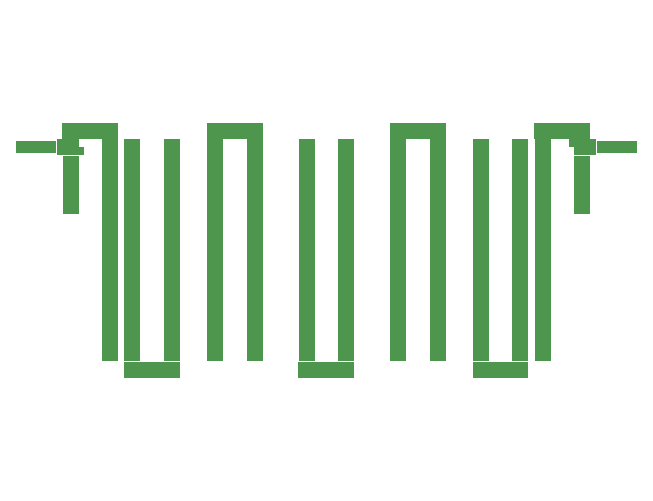
<source format=gbr>
G04 ===== Begin FILE IDENTIFICATION =====*
G04 File Format:  Gerber RS274X*
G04 ===== End FILE IDENTIFICATION =====*
%FSLAX24Y24*%
%MOIN*%
%SFA1.0000B1.0000*%
%OFA0.0B0.0*%
%ADD14R,0.053748X0.742232*%
%ADD15R,0.078736X0.053748*%
%ADD16R,0.137795X0.039370*%
%ADD17R,0.053748X0.196854*%
%LNcond*%
%IPPOS*%
%LPD*%
G75*
D14*
X0Y3711D03*
X1435D03*
G36*
G01X-269Y0D02*
G01Y-537D01*
G01X269D01*
G01Y0D01*
G01X-269D01*
G37*
D15*
X-662Y-269D03*
G36*
G01X-1056Y0D02*
G01X-1594D01*
G01Y-537D01*
G01X-1056D01*
G01Y0D01*
G37*
D14*
X-2065Y3711D03*
X-1325D03*
G36*
G01X-2333Y7422D02*
G01X-1796D01*
G01Y7960D01*
G01X-2333D01*
G01Y7422D01*
G37*
D15*
X-2727Y7691D03*
G36*
G01X-3121Y7422D02*
G01Y7960D01*
G01X-3658D01*
G01Y7422D01*
G01X-3121D01*
G37*
G36*
G01X-3121Y7422D02*
G01X-3843D01*
G01Y6885D01*
G01X-2936D01*
G01Y7154D01*
G01X-3121D01*
G01Y7422D01*
G37*
D16*
X-4532Y7154D03*
D17*
X-3389Y5901D03*
G36*
G01X1704Y7422D02*
G01Y7960D01*
G01X1166D01*
G01Y7422D01*
G01X1704D01*
G37*
D15*
X2097Y7691D03*
G36*
G01X2491Y7422D02*
G01X3028D01*
G01Y7960D01*
G01X2491D01*
G01Y7422D01*
G37*
D14*
X2760Y3711D03*
X4478D03*
G36*
G01X4747Y0D02*
G01X4209D01*
G01Y-537D01*
G01X4747D01*
G01Y0D01*
G37*
D15*
X5141Y-269D03*
G36*
G01X5534Y0D02*
G01Y-537D01*
G01X6072D01*
G01Y0D01*
G01X5534D01*
G37*
D14*
X5803Y3711D03*
X7522D03*
G36*
G01X7790Y7422D02*
G01Y7960D01*
G01X7253D01*
G01Y7422D01*
G01X7790D01*
G37*
D15*
X8184Y7691D03*
G36*
G01X8578Y7422D02*
G01X9115D01*
G01Y7960D01*
G01X8578D01*
G01Y7422D01*
G37*
D14*
X10281Y3711D03*
X8846D03*
G36*
G01X10550Y0D02*
G01X10013D01*
G01Y-537D01*
G01X10550D01*
G01Y0D01*
G37*
D15*
X10944Y-269D03*
G36*
G01X11337Y0D02*
G01Y-537D01*
G01X11875D01*
G01Y0D01*
G01X11337D01*
G37*
D14*
X11606Y3711D03*
X12346D03*
G36*
G01X12615Y7422D02*
G01Y7960D01*
G01X12077D01*
G01Y7422D01*
G01X12615D01*
G37*
D15*
X13008Y7691D03*
G36*
G01X13402Y7422D02*
G01X13939D01*
G01Y7960D01*
G01X13402D01*
G01Y7422D01*
G37*
G36*
G01X13402Y6885D02*
G01X14124D01*
G01Y7422D01*
G01X13217D01*
G01Y7154D01*
G01X13402D01*
G01Y6885D01*
G37*
D17*
X13671Y5901D03*
D16*
X14813Y7154D03*
M02*


</source>
